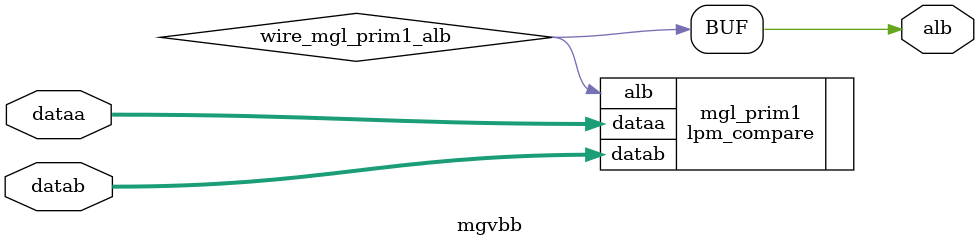
<source format=v>






//synthesis_resources = lpm_compare 1 
//synopsys translate_off
`timescale 1 ps / 1 ps
//synopsys translate_on
module  mgvbb
	( 
	alb,
	dataa,
	datab) /* synthesis synthesis_clearbox=1 */;
	output   alb;
	input   [15:0]  dataa;
	input   [15:0]  datab;

	wire  wire_mgl_prim1_alb;

	lpm_compare   mgl_prim1
	( 
	.alb(wire_mgl_prim1_alb),
	.dataa(dataa),
	.datab(datab));
	defparam
		mgl_prim1.lpm_representation = "UNSIGNED",
		mgl_prim1.lpm_type = "LPM_COMPARE",
		mgl_prim1.lpm_width = 16;
	assign
		alb = wire_mgl_prim1_alb;
endmodule //mgvbb
//VALID FILE

</source>
